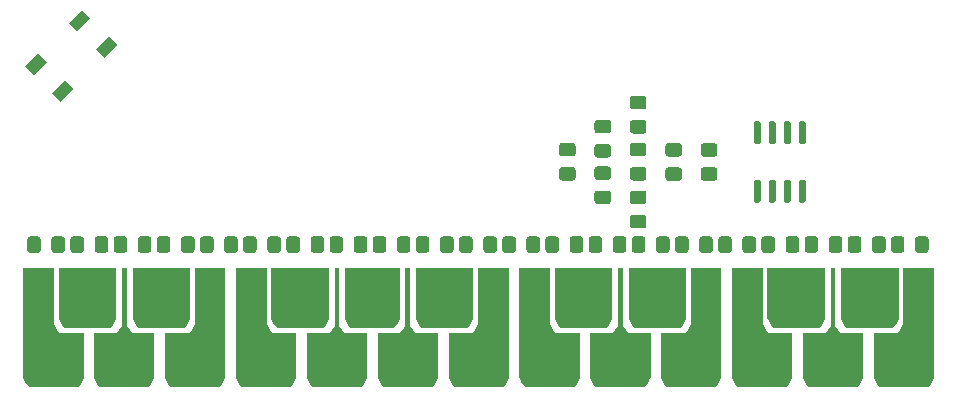
<source format=gbr>
%TF.GenerationSoftware,KiCad,Pcbnew,(5.1.12)-1*%
%TF.CreationDate,2021-12-21T10:33:20-05:00*%
%TF.ProjectId,stylophone,7374796c-6f70-4686-9f6e-652e6b696361,rev?*%
%TF.SameCoordinates,Original*%
%TF.FileFunction,Paste,Top*%
%TF.FilePolarity,Positive*%
%FSLAX46Y46*%
G04 Gerber Fmt 4.6, Leading zero omitted, Abs format (unit mm)*
G04 Created by KiCad (PCBNEW (5.1.12)-1) date 2021-12-21 10:33:20*
%MOMM*%
%LPD*%
G01*
G04 APERTURE LIST*
%ADD10C,0.100000*%
G04 APERTURE END LIST*
%TO.C,U1*%
G36*
G01*
X159755000Y-80500000D02*
X160055000Y-80500000D01*
G75*
G02*
X160205000Y-80650000I0J-150000D01*
G01*
X160205000Y-82300000D01*
G75*
G02*
X160055000Y-82450000I-150000J0D01*
G01*
X159755000Y-82450000D01*
G75*
G02*
X159605000Y-82300000I0J150000D01*
G01*
X159605000Y-80650000D01*
G75*
G02*
X159755000Y-80500000I150000J0D01*
G01*
G37*
G36*
G01*
X158485000Y-80500000D02*
X158785000Y-80500000D01*
G75*
G02*
X158935000Y-80650000I0J-150000D01*
G01*
X158935000Y-82300000D01*
G75*
G02*
X158785000Y-82450000I-150000J0D01*
G01*
X158485000Y-82450000D01*
G75*
G02*
X158335000Y-82300000I0J150000D01*
G01*
X158335000Y-80650000D01*
G75*
G02*
X158485000Y-80500000I150000J0D01*
G01*
G37*
G36*
G01*
X157215000Y-80500000D02*
X157515000Y-80500000D01*
G75*
G02*
X157665000Y-80650000I0J-150000D01*
G01*
X157665000Y-82300000D01*
G75*
G02*
X157515000Y-82450000I-150000J0D01*
G01*
X157215000Y-82450000D01*
G75*
G02*
X157065000Y-82300000I0J150000D01*
G01*
X157065000Y-80650000D01*
G75*
G02*
X157215000Y-80500000I150000J0D01*
G01*
G37*
G36*
G01*
X155945000Y-80500000D02*
X156245000Y-80500000D01*
G75*
G02*
X156395000Y-80650000I0J-150000D01*
G01*
X156395000Y-82300000D01*
G75*
G02*
X156245000Y-82450000I-150000J0D01*
G01*
X155945000Y-82450000D01*
G75*
G02*
X155795000Y-82300000I0J150000D01*
G01*
X155795000Y-80650000D01*
G75*
G02*
X155945000Y-80500000I150000J0D01*
G01*
G37*
G36*
G01*
X155945000Y-75550000D02*
X156245000Y-75550000D01*
G75*
G02*
X156395000Y-75700000I0J-150000D01*
G01*
X156395000Y-77350000D01*
G75*
G02*
X156245000Y-77500000I-150000J0D01*
G01*
X155945000Y-77500000D01*
G75*
G02*
X155795000Y-77350000I0J150000D01*
G01*
X155795000Y-75700000D01*
G75*
G02*
X155945000Y-75550000I150000J0D01*
G01*
G37*
G36*
G01*
X157215000Y-75550000D02*
X157515000Y-75550000D01*
G75*
G02*
X157665000Y-75700000I0J-150000D01*
G01*
X157665000Y-77350000D01*
G75*
G02*
X157515000Y-77500000I-150000J0D01*
G01*
X157215000Y-77500000D01*
G75*
G02*
X157065000Y-77350000I0J150000D01*
G01*
X157065000Y-75700000D01*
G75*
G02*
X157215000Y-75550000I150000J0D01*
G01*
G37*
G36*
G01*
X158485000Y-75550000D02*
X158785000Y-75550000D01*
G75*
G02*
X158935000Y-75700000I0J-150000D01*
G01*
X158935000Y-77350000D01*
G75*
G02*
X158785000Y-77500000I-150000J0D01*
G01*
X158485000Y-77500000D01*
G75*
G02*
X158335000Y-77350000I0J150000D01*
G01*
X158335000Y-75700000D01*
G75*
G02*
X158485000Y-75550000I150000J0D01*
G01*
G37*
G36*
G01*
X159755000Y-75550000D02*
X160055000Y-75550000D01*
G75*
G02*
X160205000Y-75700000I0J-150000D01*
G01*
X160205000Y-77350000D01*
G75*
G02*
X160055000Y-77500000I-150000J0D01*
G01*
X159755000Y-77500000D01*
G75*
G02*
X159605000Y-77350000I0J150000D01*
G01*
X159605000Y-75700000D01*
G75*
G02*
X159755000Y-75550000I150000J0D01*
G01*
G37*
%TD*%
%TO.C,R3*%
G36*
G01*
X140450001Y-78525000D02*
X139549999Y-78525000D01*
G75*
G02*
X139300000Y-78275001I0J249999D01*
G01*
X139300000Y-77624999D01*
G75*
G02*
X139549999Y-77375000I249999J0D01*
G01*
X140450001Y-77375000D01*
G75*
G02*
X140700000Y-77624999I0J-249999D01*
G01*
X140700000Y-78275001D01*
G75*
G02*
X140450001Y-78525000I-249999J0D01*
G01*
G37*
G36*
G01*
X140450001Y-80575000D02*
X139549999Y-80575000D01*
G75*
G02*
X139300000Y-80325001I0J249999D01*
G01*
X139300000Y-79674999D01*
G75*
G02*
X139549999Y-79425000I249999J0D01*
G01*
X140450001Y-79425000D01*
G75*
G02*
X140700000Y-79674999I0J-249999D01*
G01*
X140700000Y-80325001D01*
G75*
G02*
X140450001Y-80575000I-249999J0D01*
G01*
G37*
%TD*%
%TO.C,R27*%
G36*
G01*
X96325000Y-86450001D02*
X96325000Y-85549999D01*
G75*
G02*
X96574999Y-85300000I249999J0D01*
G01*
X97225001Y-85300000D01*
G75*
G02*
X97475000Y-85549999I0J-249999D01*
G01*
X97475000Y-86450001D01*
G75*
G02*
X97225001Y-86700000I-249999J0D01*
G01*
X96574999Y-86700000D01*
G75*
G02*
X96325000Y-86450001I0J249999D01*
G01*
G37*
G36*
G01*
X94275000Y-86450001D02*
X94275000Y-85549999D01*
G75*
G02*
X94524999Y-85300000I249999J0D01*
G01*
X95175001Y-85300000D01*
G75*
G02*
X95425000Y-85549999I0J-249999D01*
G01*
X95425000Y-86450001D01*
G75*
G02*
X95175001Y-86700000I-249999J0D01*
G01*
X94524999Y-86700000D01*
G75*
G02*
X94275000Y-86450001I0J249999D01*
G01*
G37*
%TD*%
%TO.C,R26*%
G36*
G01*
X99981249Y-86450001D02*
X99981249Y-85549999D01*
G75*
G02*
X100231248Y-85300000I249999J0D01*
G01*
X100881250Y-85300000D01*
G75*
G02*
X101131249Y-85549999I0J-249999D01*
G01*
X101131249Y-86450001D01*
G75*
G02*
X100881250Y-86700000I-249999J0D01*
G01*
X100231248Y-86700000D01*
G75*
G02*
X99981249Y-86450001I0J249999D01*
G01*
G37*
G36*
G01*
X97931249Y-86450001D02*
X97931249Y-85549999D01*
G75*
G02*
X98181248Y-85300000I249999J0D01*
G01*
X98831250Y-85300000D01*
G75*
G02*
X99081249Y-85549999I0J-249999D01*
G01*
X99081249Y-86450001D01*
G75*
G02*
X98831250Y-86700000I-249999J0D01*
G01*
X98181248Y-86700000D01*
G75*
G02*
X97931249Y-86450001I0J249999D01*
G01*
G37*
%TD*%
%TO.C,R25*%
G36*
G01*
X103637498Y-86450001D02*
X103637498Y-85549999D01*
G75*
G02*
X103887497Y-85300000I249999J0D01*
G01*
X104537499Y-85300000D01*
G75*
G02*
X104787498Y-85549999I0J-249999D01*
G01*
X104787498Y-86450001D01*
G75*
G02*
X104537499Y-86700000I-249999J0D01*
G01*
X103887497Y-86700000D01*
G75*
G02*
X103637498Y-86450001I0J249999D01*
G01*
G37*
G36*
G01*
X101587498Y-86450001D02*
X101587498Y-85549999D01*
G75*
G02*
X101837497Y-85300000I249999J0D01*
G01*
X102487499Y-85300000D01*
G75*
G02*
X102737498Y-85549999I0J-249999D01*
G01*
X102737498Y-86450001D01*
G75*
G02*
X102487499Y-86700000I-249999J0D01*
G01*
X101837497Y-86700000D01*
G75*
G02*
X101587498Y-86450001I0J249999D01*
G01*
G37*
%TD*%
%TO.C,R24*%
G36*
G01*
X107293747Y-86450001D02*
X107293747Y-85549999D01*
G75*
G02*
X107543746Y-85300000I249999J0D01*
G01*
X108193748Y-85300000D01*
G75*
G02*
X108443747Y-85549999I0J-249999D01*
G01*
X108443747Y-86450001D01*
G75*
G02*
X108193748Y-86700000I-249999J0D01*
G01*
X107543746Y-86700000D01*
G75*
G02*
X107293747Y-86450001I0J249999D01*
G01*
G37*
G36*
G01*
X105243747Y-86450001D02*
X105243747Y-85549999D01*
G75*
G02*
X105493746Y-85300000I249999J0D01*
G01*
X106143748Y-85300000D01*
G75*
G02*
X106393747Y-85549999I0J-249999D01*
G01*
X106393747Y-86450001D01*
G75*
G02*
X106143748Y-86700000I-249999J0D01*
G01*
X105493746Y-86700000D01*
G75*
G02*
X105243747Y-86450001I0J249999D01*
G01*
G37*
%TD*%
%TO.C,R23*%
G36*
G01*
X110949996Y-86450001D02*
X110949996Y-85549999D01*
G75*
G02*
X111199995Y-85300000I249999J0D01*
G01*
X111849997Y-85300000D01*
G75*
G02*
X112099996Y-85549999I0J-249999D01*
G01*
X112099996Y-86450001D01*
G75*
G02*
X111849997Y-86700000I-249999J0D01*
G01*
X111199995Y-86700000D01*
G75*
G02*
X110949996Y-86450001I0J249999D01*
G01*
G37*
G36*
G01*
X108899996Y-86450001D02*
X108899996Y-85549999D01*
G75*
G02*
X109149995Y-85300000I249999J0D01*
G01*
X109799997Y-85300000D01*
G75*
G02*
X110049996Y-85549999I0J-249999D01*
G01*
X110049996Y-86450001D01*
G75*
G02*
X109799997Y-86700000I-249999J0D01*
G01*
X109149995Y-86700000D01*
G75*
G02*
X108899996Y-86450001I0J249999D01*
G01*
G37*
%TD*%
%TO.C,R22*%
G36*
G01*
X114606245Y-86450001D02*
X114606245Y-85549999D01*
G75*
G02*
X114856244Y-85300000I249999J0D01*
G01*
X115506246Y-85300000D01*
G75*
G02*
X115756245Y-85549999I0J-249999D01*
G01*
X115756245Y-86450001D01*
G75*
G02*
X115506246Y-86700000I-249999J0D01*
G01*
X114856244Y-86700000D01*
G75*
G02*
X114606245Y-86450001I0J249999D01*
G01*
G37*
G36*
G01*
X112556245Y-86450001D02*
X112556245Y-85549999D01*
G75*
G02*
X112806244Y-85300000I249999J0D01*
G01*
X113456246Y-85300000D01*
G75*
G02*
X113706245Y-85549999I0J-249999D01*
G01*
X113706245Y-86450001D01*
G75*
G02*
X113456246Y-86700000I-249999J0D01*
G01*
X112806244Y-86700000D01*
G75*
G02*
X112556245Y-86450001I0J249999D01*
G01*
G37*
%TD*%
%TO.C,R21*%
G36*
G01*
X118262494Y-86450001D02*
X118262494Y-85549999D01*
G75*
G02*
X118512493Y-85300000I249999J0D01*
G01*
X119162495Y-85300000D01*
G75*
G02*
X119412494Y-85549999I0J-249999D01*
G01*
X119412494Y-86450001D01*
G75*
G02*
X119162495Y-86700000I-249999J0D01*
G01*
X118512493Y-86700000D01*
G75*
G02*
X118262494Y-86450001I0J249999D01*
G01*
G37*
G36*
G01*
X116212494Y-86450001D02*
X116212494Y-85549999D01*
G75*
G02*
X116462493Y-85300000I249999J0D01*
G01*
X117112495Y-85300000D01*
G75*
G02*
X117362494Y-85549999I0J-249999D01*
G01*
X117362494Y-86450001D01*
G75*
G02*
X117112495Y-86700000I-249999J0D01*
G01*
X116462493Y-86700000D01*
G75*
G02*
X116212494Y-86450001I0J249999D01*
G01*
G37*
%TD*%
%TO.C,R20*%
G36*
G01*
X121918743Y-86450001D02*
X121918743Y-85549999D01*
G75*
G02*
X122168742Y-85300000I249999J0D01*
G01*
X122818744Y-85300000D01*
G75*
G02*
X123068743Y-85549999I0J-249999D01*
G01*
X123068743Y-86450001D01*
G75*
G02*
X122818744Y-86700000I-249999J0D01*
G01*
X122168742Y-86700000D01*
G75*
G02*
X121918743Y-86450001I0J249999D01*
G01*
G37*
G36*
G01*
X119868743Y-86450001D02*
X119868743Y-85549999D01*
G75*
G02*
X120118742Y-85300000I249999J0D01*
G01*
X120768744Y-85300000D01*
G75*
G02*
X121018743Y-85549999I0J-249999D01*
G01*
X121018743Y-86450001D01*
G75*
G02*
X120768744Y-86700000I-249999J0D01*
G01*
X120118742Y-86700000D01*
G75*
G02*
X119868743Y-86450001I0J249999D01*
G01*
G37*
%TD*%
%TO.C,R19*%
G36*
G01*
X125574992Y-86450001D02*
X125574992Y-85549999D01*
G75*
G02*
X125824991Y-85300000I249999J0D01*
G01*
X126474993Y-85300000D01*
G75*
G02*
X126724992Y-85549999I0J-249999D01*
G01*
X126724992Y-86450001D01*
G75*
G02*
X126474993Y-86700000I-249999J0D01*
G01*
X125824991Y-86700000D01*
G75*
G02*
X125574992Y-86450001I0J249999D01*
G01*
G37*
G36*
G01*
X123524992Y-86450001D02*
X123524992Y-85549999D01*
G75*
G02*
X123774991Y-85300000I249999J0D01*
G01*
X124424993Y-85300000D01*
G75*
G02*
X124674992Y-85549999I0J-249999D01*
G01*
X124674992Y-86450001D01*
G75*
G02*
X124424993Y-86700000I-249999J0D01*
G01*
X123774991Y-86700000D01*
G75*
G02*
X123524992Y-86450001I0J249999D01*
G01*
G37*
%TD*%
%TO.C,R18*%
G36*
G01*
X129231241Y-86450001D02*
X129231241Y-85549999D01*
G75*
G02*
X129481240Y-85300000I249999J0D01*
G01*
X130131242Y-85300000D01*
G75*
G02*
X130381241Y-85549999I0J-249999D01*
G01*
X130381241Y-86450001D01*
G75*
G02*
X130131242Y-86700000I-249999J0D01*
G01*
X129481240Y-86700000D01*
G75*
G02*
X129231241Y-86450001I0J249999D01*
G01*
G37*
G36*
G01*
X127181241Y-86450001D02*
X127181241Y-85549999D01*
G75*
G02*
X127431240Y-85300000I249999J0D01*
G01*
X128081242Y-85300000D01*
G75*
G02*
X128331241Y-85549999I0J-249999D01*
G01*
X128331241Y-86450001D01*
G75*
G02*
X128081242Y-86700000I-249999J0D01*
G01*
X127431240Y-86700000D01*
G75*
G02*
X127181241Y-86450001I0J249999D01*
G01*
G37*
%TD*%
%TO.C,R17*%
G36*
G01*
X132887490Y-86450001D02*
X132887490Y-85549999D01*
G75*
G02*
X133137489Y-85300000I249999J0D01*
G01*
X133787491Y-85300000D01*
G75*
G02*
X134037490Y-85549999I0J-249999D01*
G01*
X134037490Y-86450001D01*
G75*
G02*
X133787491Y-86700000I-249999J0D01*
G01*
X133137489Y-86700000D01*
G75*
G02*
X132887490Y-86450001I0J249999D01*
G01*
G37*
G36*
G01*
X130837490Y-86450001D02*
X130837490Y-85549999D01*
G75*
G02*
X131087489Y-85300000I249999J0D01*
G01*
X131737491Y-85300000D01*
G75*
G02*
X131987490Y-85549999I0J-249999D01*
G01*
X131987490Y-86450001D01*
G75*
G02*
X131737491Y-86700000I-249999J0D01*
G01*
X131087489Y-86700000D01*
G75*
G02*
X130837490Y-86450001I0J249999D01*
G01*
G37*
%TD*%
%TO.C,R16*%
G36*
G01*
X136543739Y-86450001D02*
X136543739Y-85549999D01*
G75*
G02*
X136793738Y-85300000I249999J0D01*
G01*
X137443740Y-85300000D01*
G75*
G02*
X137693739Y-85549999I0J-249999D01*
G01*
X137693739Y-86450001D01*
G75*
G02*
X137443740Y-86700000I-249999J0D01*
G01*
X136793738Y-86700000D01*
G75*
G02*
X136543739Y-86450001I0J249999D01*
G01*
G37*
G36*
G01*
X134493739Y-86450001D02*
X134493739Y-85549999D01*
G75*
G02*
X134743738Y-85300000I249999J0D01*
G01*
X135393740Y-85300000D01*
G75*
G02*
X135643739Y-85549999I0J-249999D01*
G01*
X135643739Y-86450001D01*
G75*
G02*
X135393740Y-86700000I-249999J0D01*
G01*
X134743738Y-86700000D01*
G75*
G02*
X134493739Y-86450001I0J249999D01*
G01*
G37*
%TD*%
%TO.C,R15*%
G36*
G01*
X140199988Y-86450001D02*
X140199988Y-85549999D01*
G75*
G02*
X140449987Y-85300000I249999J0D01*
G01*
X141099989Y-85300000D01*
G75*
G02*
X141349988Y-85549999I0J-249999D01*
G01*
X141349988Y-86450001D01*
G75*
G02*
X141099989Y-86700000I-249999J0D01*
G01*
X140449987Y-86700000D01*
G75*
G02*
X140199988Y-86450001I0J249999D01*
G01*
G37*
G36*
G01*
X138149988Y-86450001D02*
X138149988Y-85549999D01*
G75*
G02*
X138399987Y-85300000I249999J0D01*
G01*
X139049989Y-85300000D01*
G75*
G02*
X139299988Y-85549999I0J-249999D01*
G01*
X139299988Y-86450001D01*
G75*
G02*
X139049989Y-86700000I-249999J0D01*
G01*
X138399987Y-86700000D01*
G75*
G02*
X138149988Y-86450001I0J249999D01*
G01*
G37*
%TD*%
%TO.C,R14*%
G36*
G01*
X143856237Y-86450001D02*
X143856237Y-85549999D01*
G75*
G02*
X144106236Y-85300000I249999J0D01*
G01*
X144756238Y-85300000D01*
G75*
G02*
X145006237Y-85549999I0J-249999D01*
G01*
X145006237Y-86450001D01*
G75*
G02*
X144756238Y-86700000I-249999J0D01*
G01*
X144106236Y-86700000D01*
G75*
G02*
X143856237Y-86450001I0J249999D01*
G01*
G37*
G36*
G01*
X141806237Y-86450001D02*
X141806237Y-85549999D01*
G75*
G02*
X142056236Y-85300000I249999J0D01*
G01*
X142706238Y-85300000D01*
G75*
G02*
X142956237Y-85549999I0J-249999D01*
G01*
X142956237Y-86450001D01*
G75*
G02*
X142706238Y-86700000I-249999J0D01*
G01*
X142056236Y-86700000D01*
G75*
G02*
X141806237Y-86450001I0J249999D01*
G01*
G37*
%TD*%
%TO.C,R13*%
G36*
G01*
X147512486Y-86450001D02*
X147512486Y-85549999D01*
G75*
G02*
X147762485Y-85300000I249999J0D01*
G01*
X148412487Y-85300000D01*
G75*
G02*
X148662486Y-85549999I0J-249999D01*
G01*
X148662486Y-86450001D01*
G75*
G02*
X148412487Y-86700000I-249999J0D01*
G01*
X147762485Y-86700000D01*
G75*
G02*
X147512486Y-86450001I0J249999D01*
G01*
G37*
G36*
G01*
X145462486Y-86450001D02*
X145462486Y-85549999D01*
G75*
G02*
X145712485Y-85300000I249999J0D01*
G01*
X146362487Y-85300000D01*
G75*
G02*
X146612486Y-85549999I0J-249999D01*
G01*
X146612486Y-86450001D01*
G75*
G02*
X146362487Y-86700000I-249999J0D01*
G01*
X145712485Y-86700000D01*
G75*
G02*
X145462486Y-86450001I0J249999D01*
G01*
G37*
%TD*%
%TO.C,R12*%
G36*
G01*
X151168735Y-86450001D02*
X151168735Y-85549999D01*
G75*
G02*
X151418734Y-85300000I249999J0D01*
G01*
X152068736Y-85300000D01*
G75*
G02*
X152318735Y-85549999I0J-249999D01*
G01*
X152318735Y-86450001D01*
G75*
G02*
X152068736Y-86700000I-249999J0D01*
G01*
X151418734Y-86700000D01*
G75*
G02*
X151168735Y-86450001I0J249999D01*
G01*
G37*
G36*
G01*
X149118735Y-86450001D02*
X149118735Y-85549999D01*
G75*
G02*
X149368734Y-85300000I249999J0D01*
G01*
X150018736Y-85300000D01*
G75*
G02*
X150268735Y-85549999I0J-249999D01*
G01*
X150268735Y-86450001D01*
G75*
G02*
X150018736Y-86700000I-249999J0D01*
G01*
X149368734Y-86700000D01*
G75*
G02*
X149118735Y-86450001I0J249999D01*
G01*
G37*
%TD*%
%TO.C,R11*%
G36*
G01*
X154824984Y-86450001D02*
X154824984Y-85549999D01*
G75*
G02*
X155074983Y-85300000I249999J0D01*
G01*
X155724985Y-85300000D01*
G75*
G02*
X155974984Y-85549999I0J-249999D01*
G01*
X155974984Y-86450001D01*
G75*
G02*
X155724985Y-86700000I-249999J0D01*
G01*
X155074983Y-86700000D01*
G75*
G02*
X154824984Y-86450001I0J249999D01*
G01*
G37*
G36*
G01*
X152774984Y-86450001D02*
X152774984Y-85549999D01*
G75*
G02*
X153024983Y-85300000I249999J0D01*
G01*
X153674985Y-85300000D01*
G75*
G02*
X153924984Y-85549999I0J-249999D01*
G01*
X153924984Y-86450001D01*
G75*
G02*
X153674985Y-86700000I-249999J0D01*
G01*
X153024983Y-86700000D01*
G75*
G02*
X152774984Y-86450001I0J249999D01*
G01*
G37*
%TD*%
%TO.C,R10*%
G36*
G01*
X158481233Y-86450001D02*
X158481233Y-85549999D01*
G75*
G02*
X158731232Y-85300000I249999J0D01*
G01*
X159381234Y-85300000D01*
G75*
G02*
X159631233Y-85549999I0J-249999D01*
G01*
X159631233Y-86450001D01*
G75*
G02*
X159381234Y-86700000I-249999J0D01*
G01*
X158731232Y-86700000D01*
G75*
G02*
X158481233Y-86450001I0J249999D01*
G01*
G37*
G36*
G01*
X156431233Y-86450001D02*
X156431233Y-85549999D01*
G75*
G02*
X156681232Y-85300000I249999J0D01*
G01*
X157331234Y-85300000D01*
G75*
G02*
X157581233Y-85549999I0J-249999D01*
G01*
X157581233Y-86450001D01*
G75*
G02*
X157331234Y-86700000I-249999J0D01*
G01*
X156681232Y-86700000D01*
G75*
G02*
X156431233Y-86450001I0J249999D01*
G01*
G37*
%TD*%
%TO.C,R9*%
G36*
G01*
X162137482Y-86450001D02*
X162137482Y-85549999D01*
G75*
G02*
X162387481Y-85300000I249999J0D01*
G01*
X163037483Y-85300000D01*
G75*
G02*
X163287482Y-85549999I0J-249999D01*
G01*
X163287482Y-86450001D01*
G75*
G02*
X163037483Y-86700000I-249999J0D01*
G01*
X162387481Y-86700000D01*
G75*
G02*
X162137482Y-86450001I0J249999D01*
G01*
G37*
G36*
G01*
X160087482Y-86450001D02*
X160087482Y-85549999D01*
G75*
G02*
X160337481Y-85300000I249999J0D01*
G01*
X160987483Y-85300000D01*
G75*
G02*
X161237482Y-85549999I0J-249999D01*
G01*
X161237482Y-86450001D01*
G75*
G02*
X160987483Y-86700000I-249999J0D01*
G01*
X160337481Y-86700000D01*
G75*
G02*
X160087482Y-86450001I0J249999D01*
G01*
G37*
%TD*%
%TO.C,R8*%
G36*
G01*
X165793731Y-86450001D02*
X165793731Y-85549999D01*
G75*
G02*
X166043730Y-85300000I249999J0D01*
G01*
X166693732Y-85300000D01*
G75*
G02*
X166943731Y-85549999I0J-249999D01*
G01*
X166943731Y-86450001D01*
G75*
G02*
X166693732Y-86700000I-249999J0D01*
G01*
X166043730Y-86700000D01*
G75*
G02*
X165793731Y-86450001I0J249999D01*
G01*
G37*
G36*
G01*
X163743731Y-86450001D02*
X163743731Y-85549999D01*
G75*
G02*
X163993730Y-85300000I249999J0D01*
G01*
X164643732Y-85300000D01*
G75*
G02*
X164893731Y-85549999I0J-249999D01*
G01*
X164893731Y-86450001D01*
G75*
G02*
X164643732Y-86700000I-249999J0D01*
G01*
X163993730Y-86700000D01*
G75*
G02*
X163743731Y-86450001I0J249999D01*
G01*
G37*
%TD*%
%TO.C,R7*%
G36*
G01*
X169449982Y-86450001D02*
X169449982Y-85549999D01*
G75*
G02*
X169699981Y-85300000I249999J0D01*
G01*
X170349983Y-85300000D01*
G75*
G02*
X170599982Y-85549999I0J-249999D01*
G01*
X170599982Y-86450001D01*
G75*
G02*
X170349983Y-86700000I-249999J0D01*
G01*
X169699981Y-86700000D01*
G75*
G02*
X169449982Y-86450001I0J249999D01*
G01*
G37*
G36*
G01*
X167399982Y-86450001D02*
X167399982Y-85549999D01*
G75*
G02*
X167649981Y-85300000I249999J0D01*
G01*
X168299983Y-85300000D01*
G75*
G02*
X168549982Y-85549999I0J-249999D01*
G01*
X168549982Y-86450001D01*
G75*
G02*
X168299983Y-86700000I-249999J0D01*
G01*
X167649981Y-86700000D01*
G75*
G02*
X167399982Y-86450001I0J249999D01*
G01*
G37*
%TD*%
%TO.C,R6*%
G36*
G01*
X143450001Y-80525000D02*
X142549999Y-80525000D01*
G75*
G02*
X142300000Y-80275001I0J249999D01*
G01*
X142300000Y-79624999D01*
G75*
G02*
X142549999Y-79375000I249999J0D01*
G01*
X143450001Y-79375000D01*
G75*
G02*
X143700000Y-79624999I0J-249999D01*
G01*
X143700000Y-80275001D01*
G75*
G02*
X143450001Y-80525000I-249999J0D01*
G01*
G37*
G36*
G01*
X143450001Y-82575000D02*
X142549999Y-82575000D01*
G75*
G02*
X142300000Y-82325001I0J249999D01*
G01*
X142300000Y-81674999D01*
G75*
G02*
X142549999Y-81425000I249999J0D01*
G01*
X143450001Y-81425000D01*
G75*
G02*
X143700000Y-81674999I0J-249999D01*
G01*
X143700000Y-82325001D01*
G75*
G02*
X143450001Y-82575000I-249999J0D01*
G01*
G37*
%TD*%
%TO.C,R5*%
G36*
G01*
X146450001Y-78525000D02*
X145549999Y-78525000D01*
G75*
G02*
X145300000Y-78275001I0J249999D01*
G01*
X145300000Y-77624999D01*
G75*
G02*
X145549999Y-77375000I249999J0D01*
G01*
X146450001Y-77375000D01*
G75*
G02*
X146700000Y-77624999I0J-249999D01*
G01*
X146700000Y-78275001D01*
G75*
G02*
X146450001Y-78525000I-249999J0D01*
G01*
G37*
G36*
G01*
X146450001Y-80575000D02*
X145549999Y-80575000D01*
G75*
G02*
X145300000Y-80325001I0J249999D01*
G01*
X145300000Y-79674999D01*
G75*
G02*
X145549999Y-79425000I249999J0D01*
G01*
X146450001Y-79425000D01*
G75*
G02*
X146700000Y-79674999I0J-249999D01*
G01*
X146700000Y-80325001D01*
G75*
G02*
X146450001Y-80575000I-249999J0D01*
G01*
G37*
%TD*%
%TO.C,R4*%
G36*
G01*
X146450001Y-74550000D02*
X145549999Y-74550000D01*
G75*
G02*
X145300000Y-74300001I0J249999D01*
G01*
X145300000Y-73649999D01*
G75*
G02*
X145549999Y-73400000I249999J0D01*
G01*
X146450001Y-73400000D01*
G75*
G02*
X146700000Y-73649999I0J-249999D01*
G01*
X146700000Y-74300001D01*
G75*
G02*
X146450001Y-74550000I-249999J0D01*
G01*
G37*
G36*
G01*
X146450001Y-76600000D02*
X145549999Y-76600000D01*
G75*
G02*
X145300000Y-76350001I0J249999D01*
G01*
X145300000Y-75699999D01*
G75*
G02*
X145549999Y-75450000I249999J0D01*
G01*
X146450001Y-75450000D01*
G75*
G02*
X146700000Y-75699999I0J-249999D01*
G01*
X146700000Y-76350001D01*
G75*
G02*
X146450001Y-76600000I-249999J0D01*
G01*
G37*
%TD*%
%TO.C,R2*%
G36*
G01*
X146450001Y-82575000D02*
X145549999Y-82575000D01*
G75*
G02*
X145300000Y-82325001I0J249999D01*
G01*
X145300000Y-81674999D01*
G75*
G02*
X145549999Y-81425000I249999J0D01*
G01*
X146450001Y-81425000D01*
G75*
G02*
X146700000Y-81674999I0J-249999D01*
G01*
X146700000Y-82325001D01*
G75*
G02*
X146450001Y-82575000I-249999J0D01*
G01*
G37*
G36*
G01*
X146450001Y-84625000D02*
X145549999Y-84625000D01*
G75*
G02*
X145300000Y-84375001I0J249999D01*
G01*
X145300000Y-83724999D01*
G75*
G02*
X145549999Y-83475000I249999J0D01*
G01*
X146450001Y-83475000D01*
G75*
G02*
X146700000Y-83724999I0J-249999D01*
G01*
X146700000Y-84375001D01*
G75*
G02*
X146450001Y-84625000I-249999J0D01*
G01*
G37*
%TD*%
%TO.C,R1*%
G36*
G01*
X143450001Y-76575000D02*
X142549999Y-76575000D01*
G75*
G02*
X142300000Y-76325001I0J249999D01*
G01*
X142300000Y-75674999D01*
G75*
G02*
X142549999Y-75425000I249999J0D01*
G01*
X143450001Y-75425000D01*
G75*
G02*
X143700000Y-75674999I0J-249999D01*
G01*
X143700000Y-76325001D01*
G75*
G02*
X143450001Y-76575000I-249999J0D01*
G01*
G37*
G36*
G01*
X143450001Y-78625000D02*
X142549999Y-78625000D01*
G75*
G02*
X142300000Y-78375001I0J249999D01*
G01*
X142300000Y-77724999D01*
G75*
G02*
X142549999Y-77475000I249999J0D01*
G01*
X143450001Y-77475000D01*
G75*
G02*
X143700000Y-77724999I0J-249999D01*
G01*
X143700000Y-78375001D01*
G75*
G02*
X143450001Y-78625000I-249999J0D01*
G01*
G37*
%TD*%
%TO.C,C2*%
G36*
G01*
X151549999Y-79450000D02*
X152450001Y-79450000D01*
G75*
G02*
X152700000Y-79699999I0J-249999D01*
G01*
X152700000Y-80350001D01*
G75*
G02*
X152450001Y-80600000I-249999J0D01*
G01*
X151549999Y-80600000D01*
G75*
G02*
X151300000Y-80350001I0J249999D01*
G01*
X151300000Y-79699999D01*
G75*
G02*
X151549999Y-79450000I249999J0D01*
G01*
G37*
G36*
G01*
X151549999Y-77400000D02*
X152450001Y-77400000D01*
G75*
G02*
X152700000Y-77649999I0J-249999D01*
G01*
X152700000Y-78300001D01*
G75*
G02*
X152450001Y-78550000I-249999J0D01*
G01*
X151549999Y-78550000D01*
G75*
G02*
X151300000Y-78300001I0J249999D01*
G01*
X151300000Y-77649999D01*
G75*
G02*
X151549999Y-77400000I249999J0D01*
G01*
G37*
%TD*%
%TO.C,C1*%
G36*
G01*
X148549999Y-79450000D02*
X149450001Y-79450000D01*
G75*
G02*
X149700000Y-79699999I0J-249999D01*
G01*
X149700000Y-80350001D01*
G75*
G02*
X149450001Y-80600000I-249999J0D01*
G01*
X148549999Y-80600000D01*
G75*
G02*
X148300000Y-80350001I0J249999D01*
G01*
X148300000Y-79699999D01*
G75*
G02*
X148549999Y-79450000I249999J0D01*
G01*
G37*
G36*
G01*
X148549999Y-77400000D02*
X149450001Y-77400000D01*
G75*
G02*
X149700000Y-77649999I0J-249999D01*
G01*
X149700000Y-78300001D01*
G75*
G02*
X149450001Y-78550000I-249999J0D01*
G01*
X148549999Y-78550000D01*
G75*
G02*
X148300000Y-78300001I0J249999D01*
G01*
X148300000Y-77649999D01*
G75*
G02*
X148549999Y-77400000I249999J0D01*
G01*
G37*
%TD*%
D10*
%TO.C,k1*%
G36*
X125759755Y-87950961D02*
G01*
X125769134Y-87953806D01*
X125777779Y-87958427D01*
X125785355Y-87964645D01*
X125791573Y-87972221D01*
X125796194Y-87980866D01*
X125799039Y-87990245D01*
X125800000Y-88000000D01*
X125800000Y-92250000D01*
X125799039Y-92259755D01*
X125794721Y-92272361D01*
X125544721Y-92772361D01*
X125539500Y-92780656D01*
X125535355Y-92785355D01*
X125285355Y-93035355D01*
X125277779Y-93041573D01*
X125269134Y-93046194D01*
X125259755Y-93049039D01*
X125250000Y-93050000D01*
X121750000Y-93050000D01*
X121740245Y-93049039D01*
X121730866Y-93046194D01*
X121722221Y-93041573D01*
X121714645Y-93035355D01*
X121464645Y-92785355D01*
X121458427Y-92777779D01*
X121455279Y-92772361D01*
X121205279Y-92272361D01*
X121201776Y-92263206D01*
X121200000Y-92250000D01*
X121200000Y-88000000D01*
X121200961Y-87990245D01*
X121203806Y-87980866D01*
X121208427Y-87972221D01*
X121214645Y-87964645D01*
X121222221Y-87958427D01*
X121230866Y-87953806D01*
X121240245Y-87950961D01*
X121250000Y-87950000D01*
X125750000Y-87950000D01*
X125759755Y-87950961D01*
G37*
G36*
X161759755Y-87950961D02*
G01*
X161769134Y-87953806D01*
X161777779Y-87958427D01*
X161785355Y-87964645D01*
X161791573Y-87972221D01*
X161796194Y-87980866D01*
X161799039Y-87990245D01*
X161800000Y-88000000D01*
X161800000Y-92250000D01*
X161799039Y-92259755D01*
X161794721Y-92272361D01*
X161544721Y-92772361D01*
X161539500Y-92780656D01*
X161535355Y-92785355D01*
X161285355Y-93035355D01*
X161277779Y-93041573D01*
X161269134Y-93046194D01*
X161259755Y-93049039D01*
X161250000Y-93050000D01*
X157500000Y-93050000D01*
X157490245Y-93049039D01*
X157480866Y-93046194D01*
X157472221Y-93041573D01*
X157464645Y-93035355D01*
X157214645Y-92785355D01*
X157208427Y-92777779D01*
X157205279Y-92772361D01*
X156955279Y-92272361D01*
X156951776Y-92263206D01*
X156950000Y-92250000D01*
X156950000Y-88000000D01*
X156950961Y-87990245D01*
X156953806Y-87980866D01*
X156958427Y-87972221D01*
X156964645Y-87964645D01*
X156972221Y-87958427D01*
X156980866Y-87953806D01*
X156990245Y-87950961D01*
X157000000Y-87950000D01*
X161750000Y-87950000D01*
X161759755Y-87950961D01*
G37*
G36*
X143759755Y-87950961D02*
G01*
X143769134Y-87953806D01*
X143777779Y-87958427D01*
X143785355Y-87964645D01*
X143791573Y-87972221D01*
X143796194Y-87980866D01*
X143799039Y-87990245D01*
X143800000Y-88000000D01*
X143800000Y-92250000D01*
X143799039Y-92259755D01*
X143794721Y-92272361D01*
X143544721Y-92772361D01*
X143539500Y-92780656D01*
X143535355Y-92785355D01*
X143285355Y-93035355D01*
X143277779Y-93041573D01*
X143269134Y-93046194D01*
X143259755Y-93049039D01*
X143250000Y-93050000D01*
X139500000Y-93050000D01*
X139490245Y-93049039D01*
X139480866Y-93046194D01*
X139472221Y-93041573D01*
X139464645Y-93035355D01*
X139214645Y-92785355D01*
X139208427Y-92777779D01*
X139205279Y-92772361D01*
X138955279Y-92272361D01*
X138951776Y-92263206D01*
X138950000Y-92250000D01*
X138950000Y-88000000D01*
X138950961Y-87990245D01*
X138953806Y-87980866D01*
X138958427Y-87972221D01*
X138964645Y-87964645D01*
X138972221Y-87958427D01*
X138980866Y-87953806D01*
X138990245Y-87950961D01*
X139000000Y-87950000D01*
X143750000Y-87950000D01*
X143759755Y-87950961D01*
G37*
G36*
X119759755Y-87950961D02*
G01*
X119769134Y-87953806D01*
X119777779Y-87958427D01*
X119785355Y-87964645D01*
X119791573Y-87972221D01*
X119796194Y-87980866D01*
X119799039Y-87990245D01*
X119800000Y-88000000D01*
X119800000Y-92250000D01*
X119799039Y-92259755D01*
X119794721Y-92272361D01*
X119544721Y-92772361D01*
X119539500Y-92780656D01*
X119535355Y-92785355D01*
X119285355Y-93035355D01*
X119277779Y-93041573D01*
X119269134Y-93046194D01*
X119259755Y-93049039D01*
X119250000Y-93050000D01*
X115500000Y-93050000D01*
X115490245Y-93049039D01*
X115480866Y-93046194D01*
X115472221Y-93041573D01*
X115464645Y-93035355D01*
X115214645Y-92785355D01*
X115208427Y-92777779D01*
X115205279Y-92772361D01*
X114955279Y-92272361D01*
X114951776Y-92263206D01*
X114950000Y-92250000D01*
X114950000Y-88000000D01*
X114950961Y-87990245D01*
X114953806Y-87980866D01*
X114958427Y-87972221D01*
X114964645Y-87964645D01*
X114972221Y-87958427D01*
X114980866Y-87953806D01*
X114990245Y-87950961D01*
X115000000Y-87950000D01*
X119750000Y-87950000D01*
X119759755Y-87950961D01*
G37*
G36*
X168009755Y-87950961D02*
G01*
X168019134Y-87953806D01*
X168027779Y-87958427D01*
X168035355Y-87964645D01*
X168041573Y-87972221D01*
X168046194Y-87980866D01*
X168049039Y-87990245D01*
X168050000Y-88000000D01*
X168050000Y-92250000D01*
X168049039Y-92259755D01*
X168044721Y-92272361D01*
X167794721Y-92772361D01*
X167789500Y-92780656D01*
X167785355Y-92785355D01*
X167535355Y-93035355D01*
X167527779Y-93041573D01*
X167519134Y-93046194D01*
X167509755Y-93049039D01*
X167500000Y-93050000D01*
X163750000Y-93050000D01*
X163740245Y-93049039D01*
X163730866Y-93046194D01*
X163722221Y-93041573D01*
X163714645Y-93035355D01*
X163464645Y-92785355D01*
X163458427Y-92777779D01*
X163455279Y-92772361D01*
X163205279Y-92272361D01*
X163201776Y-92263206D01*
X163200000Y-92250000D01*
X163200000Y-88000000D01*
X163200961Y-87990245D01*
X163203806Y-87980866D01*
X163208427Y-87972221D01*
X163214645Y-87964645D01*
X163222221Y-87958427D01*
X163230866Y-87953806D01*
X163240245Y-87950961D01*
X163250000Y-87950000D01*
X168000000Y-87950000D01*
X168009755Y-87950961D01*
G37*
G36*
X150009755Y-87950961D02*
G01*
X150019134Y-87953806D01*
X150027779Y-87958427D01*
X150035355Y-87964645D01*
X150041573Y-87972221D01*
X150046194Y-87980866D01*
X150049039Y-87990245D01*
X150050000Y-88000000D01*
X150050000Y-92250000D01*
X150049039Y-92259755D01*
X150044721Y-92272361D01*
X149794721Y-92772361D01*
X149789500Y-92780656D01*
X149785355Y-92785355D01*
X149535355Y-93035355D01*
X149527779Y-93041573D01*
X149519134Y-93046194D01*
X149509755Y-93049039D01*
X149500000Y-93050000D01*
X145750000Y-93050000D01*
X145740245Y-93049039D01*
X145730866Y-93046194D01*
X145722221Y-93041573D01*
X145714645Y-93035355D01*
X145464645Y-92785355D01*
X145458427Y-92777779D01*
X145455279Y-92772361D01*
X145205279Y-92272361D01*
X145201776Y-92263206D01*
X145200000Y-92250000D01*
X145200000Y-88000000D01*
X145200961Y-87990245D01*
X145203806Y-87980866D01*
X145208427Y-87972221D01*
X145214645Y-87964645D01*
X145222221Y-87958427D01*
X145230866Y-87953806D01*
X145240245Y-87950961D01*
X145250000Y-87950000D01*
X150000000Y-87950000D01*
X150009755Y-87950961D01*
G37*
G36*
X132009755Y-87950961D02*
G01*
X132019134Y-87953806D01*
X132027779Y-87958427D01*
X132035355Y-87964645D01*
X132041573Y-87972221D01*
X132046194Y-87980866D01*
X132049039Y-87990245D01*
X132050000Y-88000000D01*
X132050000Y-92250000D01*
X132049039Y-92259755D01*
X132044721Y-92272361D01*
X131794721Y-92772361D01*
X131789500Y-92780656D01*
X131785355Y-92785355D01*
X131535355Y-93035355D01*
X131527779Y-93041573D01*
X131519134Y-93046194D01*
X131509755Y-93049039D01*
X131500000Y-93050000D01*
X127750000Y-93050000D01*
X127740245Y-93049039D01*
X127730866Y-93046194D01*
X127722221Y-93041573D01*
X127714645Y-93035355D01*
X127464645Y-92785355D01*
X127458427Y-92777779D01*
X127455279Y-92772361D01*
X127205279Y-92272361D01*
X127201776Y-92263206D01*
X127200000Y-92250000D01*
X127200000Y-88000000D01*
X127200961Y-87990245D01*
X127203806Y-87980866D01*
X127208427Y-87972221D01*
X127214645Y-87964645D01*
X127222221Y-87958427D01*
X127230866Y-87953806D01*
X127240245Y-87950961D01*
X127250000Y-87950000D01*
X132000000Y-87950000D01*
X132009755Y-87950961D01*
G37*
G36*
X108009755Y-87950961D02*
G01*
X108019134Y-87953806D01*
X108027779Y-87958427D01*
X108035355Y-87964645D01*
X108041573Y-87972221D01*
X108046194Y-87980866D01*
X108049039Y-87990245D01*
X108050000Y-88000000D01*
X108050000Y-92250000D01*
X108049039Y-92259755D01*
X108044721Y-92272361D01*
X107794721Y-92772361D01*
X107789500Y-92780656D01*
X107785355Y-92785355D01*
X107535355Y-93035355D01*
X107527779Y-93041573D01*
X107519134Y-93046194D01*
X107509755Y-93049039D01*
X107500000Y-93050000D01*
X103750000Y-93050000D01*
X103740245Y-93049039D01*
X103730866Y-93046194D01*
X103722221Y-93041573D01*
X103714645Y-93035355D01*
X103464645Y-92785355D01*
X103458427Y-92777779D01*
X103455279Y-92772361D01*
X103205279Y-92272361D01*
X103201776Y-92263206D01*
X103200000Y-92250000D01*
X103200000Y-88000000D01*
X103200961Y-87990245D01*
X103203806Y-87980866D01*
X103208427Y-87972221D01*
X103214645Y-87964645D01*
X103222221Y-87958427D01*
X103230866Y-87953806D01*
X103240245Y-87950961D01*
X103250000Y-87950000D01*
X108000000Y-87950000D01*
X108009755Y-87950961D01*
G37*
G36*
X101759755Y-87950961D02*
G01*
X101769134Y-87953806D01*
X101777779Y-87958427D01*
X101785355Y-87964645D01*
X101791573Y-87972221D01*
X101796194Y-87980866D01*
X101799039Y-87990245D01*
X101800000Y-88000000D01*
X101800000Y-92250000D01*
X101799039Y-92259755D01*
X101794721Y-92272361D01*
X101544721Y-92772361D01*
X101539500Y-92780656D01*
X101535355Y-92785355D01*
X101285355Y-93035355D01*
X101277779Y-93041573D01*
X101269134Y-93046194D01*
X101259755Y-93049039D01*
X101250000Y-93050000D01*
X97500000Y-93050000D01*
X97490245Y-93049039D01*
X97480866Y-93046194D01*
X97472221Y-93041573D01*
X97464645Y-93035355D01*
X97214645Y-92785355D01*
X97208427Y-92777779D01*
X97205279Y-92772361D01*
X96955279Y-92272361D01*
X96951776Y-92263206D01*
X96950000Y-92250000D01*
X96950000Y-88000000D01*
X96950961Y-87990245D01*
X96953806Y-87980866D01*
X96958427Y-87972221D01*
X96964645Y-87964645D01*
X96972221Y-87958427D01*
X96980866Y-87953806D01*
X96990245Y-87950961D01*
X97000000Y-87950000D01*
X101750000Y-87950000D01*
X101759755Y-87950961D01*
G37*
G36*
X162659755Y-87950961D02*
G01*
X162669134Y-87953806D01*
X162677779Y-87958427D01*
X162685355Y-87964645D01*
X162691573Y-87972221D01*
X162696194Y-87980866D01*
X162699039Y-87990245D01*
X162700000Y-88000000D01*
X162700000Y-92885660D01*
X162936693Y-93264369D01*
X163215139Y-93450000D01*
X165000000Y-93450000D01*
X165009755Y-93450961D01*
X165019134Y-93453806D01*
X165027779Y-93458427D01*
X165035355Y-93464645D01*
X165041573Y-93472221D01*
X165046194Y-93480866D01*
X165049039Y-93490245D01*
X165050000Y-93500000D01*
X165050000Y-97250000D01*
X165049039Y-97259755D01*
X165044721Y-97272361D01*
X164794721Y-97772361D01*
X164789500Y-97780656D01*
X164785355Y-97785355D01*
X164535355Y-98035355D01*
X164527779Y-98041573D01*
X164519134Y-98046194D01*
X164509755Y-98049039D01*
X164500000Y-98050000D01*
X160500000Y-98050000D01*
X160490245Y-98049039D01*
X160480866Y-98046194D01*
X160472221Y-98041573D01*
X160464645Y-98035355D01*
X160214645Y-97785355D01*
X160208427Y-97777779D01*
X160205279Y-97772361D01*
X159955279Y-97272361D01*
X159951776Y-97263206D01*
X159950000Y-97250000D01*
X159950000Y-93500000D01*
X159950961Y-93490245D01*
X159953806Y-93480866D01*
X159958427Y-93472221D01*
X159964645Y-93464645D01*
X159972221Y-93458427D01*
X159980866Y-93453806D01*
X159990245Y-93450961D01*
X160000000Y-93450000D01*
X161784861Y-93450000D01*
X162063307Y-93264369D01*
X162300000Y-92885660D01*
X162300000Y-88000000D01*
X162300961Y-87990245D01*
X162303806Y-87980866D01*
X162308427Y-87972221D01*
X162314645Y-87964645D01*
X162322221Y-87958427D01*
X162330866Y-87953806D01*
X162340245Y-87950961D01*
X162350000Y-87950000D01*
X162650000Y-87950000D01*
X162659755Y-87950961D01*
G37*
G36*
X166490245Y-98049039D02*
G01*
X166480866Y-98046194D01*
X166472221Y-98041573D01*
X166464645Y-98035355D01*
X166214645Y-97785355D01*
X166208427Y-97777779D01*
X166205279Y-97772361D01*
X165955279Y-97272361D01*
X165951776Y-97263206D01*
X165950000Y-97250000D01*
X165950000Y-93500000D01*
X165950961Y-93490245D01*
X165953806Y-93480866D01*
X165958427Y-93472221D01*
X165964645Y-93464645D01*
X165972221Y-93458427D01*
X165980866Y-93453806D01*
X165990245Y-93450961D01*
X166000000Y-93450000D01*
X167979290Y-93450000D01*
X168208907Y-93220383D01*
X168450000Y-92738197D01*
X168450000Y-88000000D01*
X168450961Y-87990245D01*
X168453806Y-87980866D01*
X168458427Y-87972221D01*
X168464645Y-87964645D01*
X168472221Y-87958427D01*
X168480866Y-87953806D01*
X168490245Y-87950961D01*
X168500000Y-87950000D01*
X171000000Y-87950000D01*
X171009755Y-87950961D01*
X171019134Y-87953806D01*
X171027779Y-87958427D01*
X171035355Y-87964645D01*
X171041573Y-87972221D01*
X171046194Y-87980866D01*
X171049039Y-87990245D01*
X171050000Y-88000000D01*
X171050000Y-97250000D01*
X171049039Y-97259755D01*
X171044721Y-97272361D01*
X170794721Y-97772361D01*
X170789500Y-97780656D01*
X170785355Y-97785355D01*
X170535355Y-98035355D01*
X170527779Y-98041573D01*
X170519134Y-98046194D01*
X170509755Y-98049039D01*
X170500000Y-98050000D01*
X166500000Y-98050000D01*
X166490245Y-98049039D01*
G37*
G36*
X156509755Y-87950961D02*
G01*
X156519134Y-87953806D01*
X156527779Y-87958427D01*
X156535355Y-87964645D01*
X156541573Y-87972221D01*
X156546194Y-87980866D01*
X156549039Y-87990245D01*
X156550000Y-88000000D01*
X156550000Y-92738197D01*
X156791093Y-93220383D01*
X157020710Y-93450000D01*
X159000000Y-93450000D01*
X159009755Y-93450961D01*
X159019134Y-93453806D01*
X159027779Y-93458427D01*
X159035355Y-93464645D01*
X159041573Y-93472221D01*
X159046194Y-93480866D01*
X159049039Y-93490245D01*
X159050000Y-93500000D01*
X159050000Y-97250000D01*
X159049039Y-97259755D01*
X159044721Y-97272361D01*
X158794721Y-97772361D01*
X158789500Y-97780656D01*
X158785355Y-97785355D01*
X158535355Y-98035355D01*
X158527779Y-98041573D01*
X158519134Y-98046194D01*
X158509755Y-98049039D01*
X158500000Y-98050000D01*
X154500000Y-98050000D01*
X154490245Y-98049039D01*
X154480866Y-98046194D01*
X154472221Y-98041573D01*
X154464645Y-98035355D01*
X154214645Y-97785355D01*
X154208427Y-97777779D01*
X154205279Y-97772361D01*
X153955279Y-97272361D01*
X153951776Y-97263206D01*
X153950000Y-97250000D01*
X153950000Y-88000000D01*
X153950961Y-87990245D01*
X153953806Y-87980866D01*
X153958427Y-87972221D01*
X153964645Y-87964645D01*
X153972221Y-87958427D01*
X153980866Y-87953806D01*
X153990245Y-87950961D01*
X154000000Y-87950000D01*
X156500000Y-87950000D01*
X156509755Y-87950961D01*
G37*
G36*
X144659755Y-87950961D02*
G01*
X144669134Y-87953806D01*
X144677779Y-87958427D01*
X144685355Y-87964645D01*
X144691573Y-87972221D01*
X144696194Y-87980866D01*
X144699039Y-87990245D01*
X144700000Y-88000000D01*
X144700000Y-92885660D01*
X144936693Y-93264369D01*
X145215139Y-93450000D01*
X147000000Y-93450000D01*
X147009755Y-93450961D01*
X147019134Y-93453806D01*
X147027779Y-93458427D01*
X147035355Y-93464645D01*
X147041573Y-93472221D01*
X147046194Y-93480866D01*
X147049039Y-93490245D01*
X147050000Y-93500000D01*
X147050000Y-97250000D01*
X147049039Y-97259755D01*
X147044721Y-97272361D01*
X146794721Y-97772361D01*
X146789500Y-97780656D01*
X146785355Y-97785355D01*
X146535355Y-98035355D01*
X146527779Y-98041573D01*
X146519134Y-98046194D01*
X146509755Y-98049039D01*
X146500000Y-98050000D01*
X142500000Y-98050000D01*
X142490245Y-98049039D01*
X142480866Y-98046194D01*
X142472221Y-98041573D01*
X142464645Y-98035355D01*
X142214645Y-97785355D01*
X142208427Y-97777779D01*
X142205279Y-97772361D01*
X141955279Y-97272361D01*
X141951776Y-97263206D01*
X141950000Y-97250000D01*
X141950000Y-93500000D01*
X141950961Y-93490245D01*
X141953806Y-93480866D01*
X141958427Y-93472221D01*
X141964645Y-93464645D01*
X141972221Y-93458427D01*
X141980866Y-93453806D01*
X141990245Y-93450961D01*
X142000000Y-93450000D01*
X143784861Y-93450000D01*
X144063307Y-93264369D01*
X144300000Y-92885660D01*
X144300000Y-88000000D01*
X144300961Y-87990245D01*
X144303806Y-87980866D01*
X144308427Y-87972221D01*
X144314645Y-87964645D01*
X144322221Y-87958427D01*
X144330866Y-87953806D01*
X144340245Y-87950961D01*
X144350000Y-87950000D01*
X144650000Y-87950000D01*
X144659755Y-87950961D01*
G37*
G36*
X148490245Y-98049039D02*
G01*
X148480866Y-98046194D01*
X148472221Y-98041573D01*
X148464645Y-98035355D01*
X148214645Y-97785355D01*
X148208427Y-97777779D01*
X148205279Y-97772361D01*
X147955279Y-97272361D01*
X147951776Y-97263206D01*
X147950000Y-97250000D01*
X147950000Y-93500000D01*
X147950961Y-93490245D01*
X147953806Y-93480866D01*
X147958427Y-93472221D01*
X147964645Y-93464645D01*
X147972221Y-93458427D01*
X147980866Y-93453806D01*
X147990245Y-93450961D01*
X148000000Y-93450000D01*
X149979290Y-93450000D01*
X150208907Y-93220383D01*
X150450000Y-92738197D01*
X150450000Y-88000000D01*
X150450961Y-87990245D01*
X150453806Y-87980866D01*
X150458427Y-87972221D01*
X150464645Y-87964645D01*
X150472221Y-87958427D01*
X150480866Y-87953806D01*
X150490245Y-87950961D01*
X150500000Y-87950000D01*
X153000000Y-87950000D01*
X153009755Y-87950961D01*
X153019134Y-87953806D01*
X153027779Y-87958427D01*
X153035355Y-87964645D01*
X153041573Y-87972221D01*
X153046194Y-87980866D01*
X153049039Y-87990245D01*
X153050000Y-88000000D01*
X153050000Y-97250000D01*
X153049039Y-97259755D01*
X153044721Y-97272361D01*
X152794721Y-97772361D01*
X152789500Y-97780656D01*
X152785355Y-97785355D01*
X152535355Y-98035355D01*
X152527779Y-98041573D01*
X152519134Y-98046194D01*
X152509755Y-98049039D01*
X152500000Y-98050000D01*
X148500000Y-98050000D01*
X148490245Y-98049039D01*
G37*
G36*
X138509755Y-87950961D02*
G01*
X138519134Y-87953806D01*
X138527779Y-87958427D01*
X138535355Y-87964645D01*
X138541573Y-87972221D01*
X138546194Y-87980866D01*
X138549039Y-87990245D01*
X138550000Y-88000000D01*
X138550000Y-92738197D01*
X138791093Y-93220383D01*
X139020710Y-93450000D01*
X141000000Y-93450000D01*
X141009755Y-93450961D01*
X141019134Y-93453806D01*
X141027779Y-93458427D01*
X141035355Y-93464645D01*
X141041573Y-93472221D01*
X141046194Y-93480866D01*
X141049039Y-93490245D01*
X141050000Y-93500000D01*
X141050000Y-97250000D01*
X141049039Y-97259755D01*
X141044721Y-97272361D01*
X140794721Y-97772361D01*
X140789500Y-97780656D01*
X140785355Y-97785355D01*
X140535355Y-98035355D01*
X140527779Y-98041573D01*
X140519134Y-98046194D01*
X140509755Y-98049039D01*
X140500000Y-98050000D01*
X136500000Y-98050000D01*
X136490245Y-98049039D01*
X136480866Y-98046194D01*
X136472221Y-98041573D01*
X136464645Y-98035355D01*
X136214645Y-97785355D01*
X136208427Y-97777779D01*
X136205279Y-97772361D01*
X135955279Y-97272361D01*
X135951776Y-97263206D01*
X135950000Y-97250000D01*
X135950000Y-88000000D01*
X135950961Y-87990245D01*
X135953806Y-87980866D01*
X135958427Y-87972221D01*
X135964645Y-87964645D01*
X135972221Y-87958427D01*
X135980866Y-87953806D01*
X135990245Y-87950961D01*
X136000000Y-87950000D01*
X138500000Y-87950000D01*
X138509755Y-87950961D01*
G37*
G36*
X126659755Y-87950961D02*
G01*
X126669134Y-87953806D01*
X126677779Y-87958427D01*
X126685355Y-87964645D01*
X126691573Y-87972221D01*
X126696194Y-87980866D01*
X126699039Y-87990245D01*
X126700000Y-88000000D01*
X126700000Y-92885660D01*
X126936693Y-93264369D01*
X127215139Y-93450000D01*
X129000000Y-93450000D01*
X129009755Y-93450961D01*
X129019134Y-93453806D01*
X129027779Y-93458427D01*
X129035355Y-93464645D01*
X129041573Y-93472221D01*
X129046194Y-93480866D01*
X129049039Y-93490245D01*
X129050000Y-93500000D01*
X129050000Y-97250000D01*
X129049039Y-97259755D01*
X129044721Y-97272361D01*
X128794721Y-97772361D01*
X128789500Y-97780656D01*
X128785355Y-97785355D01*
X128535355Y-98035355D01*
X128527779Y-98041573D01*
X128519134Y-98046194D01*
X128509755Y-98049039D01*
X128500000Y-98050000D01*
X124500000Y-98050000D01*
X124490245Y-98049039D01*
X124480866Y-98046194D01*
X124472221Y-98041573D01*
X124464645Y-98035355D01*
X124214645Y-97785355D01*
X124208427Y-97777779D01*
X124205279Y-97772361D01*
X123955279Y-97272361D01*
X123951776Y-97263206D01*
X123950000Y-97250000D01*
X123950000Y-93500000D01*
X123950961Y-93490245D01*
X123953806Y-93480866D01*
X123958427Y-93472221D01*
X123964645Y-93464645D01*
X123972221Y-93458427D01*
X123980866Y-93453806D01*
X123990245Y-93450961D01*
X124000000Y-93450000D01*
X125784861Y-93450000D01*
X126063307Y-93264369D01*
X126300000Y-92885660D01*
X126300000Y-88000000D01*
X126300961Y-87990245D01*
X126303806Y-87980866D01*
X126308427Y-87972221D01*
X126314645Y-87964645D01*
X126322221Y-87958427D01*
X126330866Y-87953806D01*
X126340245Y-87950961D01*
X126350000Y-87950000D01*
X126650000Y-87950000D01*
X126659755Y-87950961D01*
G37*
G36*
X120659755Y-87950961D02*
G01*
X120669134Y-87953806D01*
X120677779Y-87958427D01*
X120685355Y-87964645D01*
X120691573Y-87972221D01*
X120696194Y-87980866D01*
X120699039Y-87990245D01*
X120700000Y-88000000D01*
X120700000Y-92885660D01*
X120936693Y-93264369D01*
X121215139Y-93450000D01*
X123000000Y-93450000D01*
X123009755Y-93450961D01*
X123019134Y-93453806D01*
X123027779Y-93458427D01*
X123035355Y-93464645D01*
X123041573Y-93472221D01*
X123046194Y-93480866D01*
X123049039Y-93490245D01*
X123050000Y-93500000D01*
X123050000Y-97250000D01*
X123049039Y-97259755D01*
X123044721Y-97272361D01*
X122794721Y-97772361D01*
X122789500Y-97780656D01*
X122785355Y-97785355D01*
X122535355Y-98035355D01*
X122527779Y-98041573D01*
X122519134Y-98046194D01*
X122509755Y-98049039D01*
X122500000Y-98050000D01*
X118500000Y-98050000D01*
X118490245Y-98049039D01*
X118480866Y-98046194D01*
X118472221Y-98041573D01*
X118464645Y-98035355D01*
X118214645Y-97785355D01*
X118208427Y-97777779D01*
X118205279Y-97772361D01*
X117955279Y-97272361D01*
X117951776Y-97263206D01*
X117950000Y-97250000D01*
X117950000Y-93500000D01*
X117950961Y-93490245D01*
X117953806Y-93480866D01*
X117958427Y-93472221D01*
X117964645Y-93464645D01*
X117972221Y-93458427D01*
X117980866Y-93453806D01*
X117990245Y-93450961D01*
X118000000Y-93450000D01*
X119784861Y-93450000D01*
X120063307Y-93264369D01*
X120300000Y-92885660D01*
X120300000Y-88000000D01*
X120300961Y-87990245D01*
X120303806Y-87980866D01*
X120308427Y-87972221D01*
X120314645Y-87964645D01*
X120322221Y-87958427D01*
X120330866Y-87953806D01*
X120340245Y-87950961D01*
X120350000Y-87950000D01*
X120650000Y-87950000D01*
X120659755Y-87950961D01*
G37*
G36*
X130490245Y-98049039D02*
G01*
X130480866Y-98046194D01*
X130472221Y-98041573D01*
X130464645Y-98035355D01*
X130214645Y-97785355D01*
X130208427Y-97777779D01*
X130205279Y-97772361D01*
X129955279Y-97272361D01*
X129951776Y-97263206D01*
X129950000Y-97250000D01*
X129950000Y-93500000D01*
X129950961Y-93490245D01*
X129953806Y-93480866D01*
X129958427Y-93472221D01*
X129964645Y-93464645D01*
X129972221Y-93458427D01*
X129980866Y-93453806D01*
X129990245Y-93450961D01*
X130000000Y-93450000D01*
X131979290Y-93450000D01*
X132208907Y-93220383D01*
X132450000Y-92738197D01*
X132450000Y-88000000D01*
X132450961Y-87990245D01*
X132453806Y-87980866D01*
X132458427Y-87972221D01*
X132464645Y-87964645D01*
X132472221Y-87958427D01*
X132480866Y-87953806D01*
X132490245Y-87950961D01*
X132500000Y-87950000D01*
X135000000Y-87950000D01*
X135009755Y-87950961D01*
X135019134Y-87953806D01*
X135027779Y-87958427D01*
X135035355Y-87964645D01*
X135041573Y-87972221D01*
X135046194Y-87980866D01*
X135049039Y-87990245D01*
X135050000Y-88000000D01*
X135050000Y-97250000D01*
X135049039Y-97259755D01*
X135044721Y-97272361D01*
X134794721Y-97772361D01*
X134789500Y-97780656D01*
X134785355Y-97785355D01*
X134535355Y-98035355D01*
X134527779Y-98041573D01*
X134519134Y-98046194D01*
X134509755Y-98049039D01*
X134500000Y-98050000D01*
X130500000Y-98050000D01*
X130490245Y-98049039D01*
G37*
G36*
X114509755Y-87950961D02*
G01*
X114519134Y-87953806D01*
X114527779Y-87958427D01*
X114535355Y-87964645D01*
X114541573Y-87972221D01*
X114546194Y-87980866D01*
X114549039Y-87990245D01*
X114550000Y-88000000D01*
X114550000Y-92738197D01*
X114791093Y-93220383D01*
X115020710Y-93450000D01*
X117000000Y-93450000D01*
X117009755Y-93450961D01*
X117019134Y-93453806D01*
X117027779Y-93458427D01*
X117035355Y-93464645D01*
X117041573Y-93472221D01*
X117046194Y-93480866D01*
X117049039Y-93490245D01*
X117050000Y-93500000D01*
X117050000Y-97250000D01*
X117049039Y-97259755D01*
X117044721Y-97272361D01*
X116794721Y-97772361D01*
X116789500Y-97780656D01*
X116785355Y-97785355D01*
X116535355Y-98035355D01*
X116527779Y-98041573D01*
X116519134Y-98046194D01*
X116509755Y-98049039D01*
X116500000Y-98050000D01*
X112500000Y-98050000D01*
X112490245Y-98049039D01*
X112480866Y-98046194D01*
X112472221Y-98041573D01*
X112464645Y-98035355D01*
X112214645Y-97785355D01*
X112208427Y-97777779D01*
X112205279Y-97772361D01*
X111955279Y-97272361D01*
X111951776Y-97263206D01*
X111950000Y-97250000D01*
X111950000Y-88000000D01*
X111950961Y-87990245D01*
X111953806Y-87980866D01*
X111958427Y-87972221D01*
X111964645Y-87964645D01*
X111972221Y-87958427D01*
X111980866Y-87953806D01*
X111990245Y-87950961D01*
X112000000Y-87950000D01*
X114500000Y-87950000D01*
X114509755Y-87950961D01*
G37*
G36*
X102659755Y-87950961D02*
G01*
X102669134Y-87953806D01*
X102677779Y-87958427D01*
X102685355Y-87964645D01*
X102691573Y-87972221D01*
X102696194Y-87980866D01*
X102699039Y-87990245D01*
X102700000Y-88000000D01*
X102700000Y-92885660D01*
X102936693Y-93264369D01*
X103215139Y-93450000D01*
X105000000Y-93450000D01*
X105009755Y-93450961D01*
X105019134Y-93453806D01*
X105027779Y-93458427D01*
X105035355Y-93464645D01*
X105041573Y-93472221D01*
X105046194Y-93480866D01*
X105049039Y-93490245D01*
X105050000Y-93500000D01*
X105050000Y-97250000D01*
X105049039Y-97259755D01*
X105044721Y-97272361D01*
X104794721Y-97772361D01*
X104789500Y-97780656D01*
X104785355Y-97785355D01*
X104535355Y-98035355D01*
X104527779Y-98041573D01*
X104519134Y-98046194D01*
X104509755Y-98049039D01*
X104500000Y-98050000D01*
X100500000Y-98050000D01*
X100490245Y-98049039D01*
X100480866Y-98046194D01*
X100472221Y-98041573D01*
X100464645Y-98035355D01*
X100214645Y-97785355D01*
X100208427Y-97777779D01*
X100205279Y-97772361D01*
X99955279Y-97272361D01*
X99951776Y-97263206D01*
X99950000Y-97250000D01*
X99950000Y-93500000D01*
X99950961Y-93490245D01*
X99953806Y-93480866D01*
X99958427Y-93472221D01*
X99964645Y-93464645D01*
X99972221Y-93458427D01*
X99980866Y-93453806D01*
X99990245Y-93450961D01*
X100000000Y-93450000D01*
X101784861Y-93450000D01*
X102063307Y-93264369D01*
X102300000Y-92885660D01*
X102300000Y-88000000D01*
X102300961Y-87990245D01*
X102303806Y-87980866D01*
X102308427Y-87972221D01*
X102314645Y-87964645D01*
X102322221Y-87958427D01*
X102330866Y-87953806D01*
X102340245Y-87950961D01*
X102350000Y-87950000D01*
X102650000Y-87950000D01*
X102659755Y-87950961D01*
G37*
G36*
X106490245Y-98049039D02*
G01*
X106480866Y-98046194D01*
X106472221Y-98041573D01*
X106464645Y-98035355D01*
X106214645Y-97785355D01*
X106208427Y-97777779D01*
X106205279Y-97772361D01*
X105955279Y-97272361D01*
X105951776Y-97263206D01*
X105950000Y-97250000D01*
X105950000Y-93500000D01*
X105950961Y-93490245D01*
X105953806Y-93480866D01*
X105958427Y-93472221D01*
X105964645Y-93464645D01*
X105972221Y-93458427D01*
X105980866Y-93453806D01*
X105990245Y-93450961D01*
X106000000Y-93450000D01*
X107979290Y-93450000D01*
X108208907Y-93220383D01*
X108450000Y-92738197D01*
X108450000Y-88000000D01*
X108450961Y-87990245D01*
X108453806Y-87980866D01*
X108458427Y-87972221D01*
X108464645Y-87964645D01*
X108472221Y-87958427D01*
X108480866Y-87953806D01*
X108490245Y-87950961D01*
X108500000Y-87950000D01*
X111000000Y-87950000D01*
X111009755Y-87950961D01*
X111019134Y-87953806D01*
X111027779Y-87958427D01*
X111035355Y-87964645D01*
X111041573Y-87972221D01*
X111046194Y-87980866D01*
X111049039Y-87990245D01*
X111050000Y-88000000D01*
X111050000Y-97250000D01*
X111049039Y-97259755D01*
X111044721Y-97272361D01*
X110794721Y-97772361D01*
X110789500Y-97780656D01*
X110785355Y-97785355D01*
X110535355Y-98035355D01*
X110527779Y-98041573D01*
X110519134Y-98046194D01*
X110509755Y-98049039D01*
X110500000Y-98050000D01*
X106500000Y-98050000D01*
X106490245Y-98049039D01*
G37*
G36*
X96509755Y-87950961D02*
G01*
X96519134Y-87953806D01*
X96527779Y-87958427D01*
X96535355Y-87964645D01*
X96541573Y-87972221D01*
X96546194Y-87980866D01*
X96549039Y-87990245D01*
X96550000Y-88000000D01*
X96550000Y-92738197D01*
X96791093Y-93220383D01*
X97020710Y-93450000D01*
X99000000Y-93450000D01*
X99009755Y-93450961D01*
X99019134Y-93453806D01*
X99027779Y-93458427D01*
X99035355Y-93464645D01*
X99041573Y-93472221D01*
X99046194Y-93480866D01*
X99049039Y-93490245D01*
X99050000Y-93500000D01*
X99050000Y-97250000D01*
X99049039Y-97259755D01*
X99044721Y-97272361D01*
X98794721Y-97772361D01*
X98789500Y-97780656D01*
X98785355Y-97785355D01*
X98535355Y-98035355D01*
X98527779Y-98041573D01*
X98519134Y-98046194D01*
X98509755Y-98049039D01*
X98500000Y-98050000D01*
X94500000Y-98050000D01*
X94490245Y-98049039D01*
X94480866Y-98046194D01*
X94472221Y-98041573D01*
X94464645Y-98035355D01*
X94214645Y-97785355D01*
X94208427Y-97777779D01*
X94205279Y-97772361D01*
X93955279Y-97272361D01*
X93951776Y-97263206D01*
X93950000Y-97250000D01*
X93950000Y-88000000D01*
X93950961Y-87990245D01*
X93953806Y-87980866D01*
X93958427Y-87972221D01*
X93964645Y-87964645D01*
X93972221Y-87958427D01*
X93980866Y-87953806D01*
X93990245Y-87950961D01*
X94000000Y-87950000D01*
X96500000Y-87950000D01*
X96509755Y-87950961D01*
G37*
%TD*%
%TO.C,SW1*%
G36*
X99626345Y-66818020D02*
G01*
X98530330Y-67914035D01*
X97823223Y-67206928D01*
X98919238Y-66110913D01*
X99626345Y-66818020D01*
G37*
G36*
X101889087Y-69080762D02*
G01*
X100793072Y-70176777D01*
X100085965Y-69469670D01*
X101181980Y-68373655D01*
X101889087Y-69080762D01*
G37*
G36*
X98176777Y-72793072D02*
G01*
X97080762Y-73889087D01*
X96373655Y-73181980D01*
X97469670Y-72085965D01*
X98176777Y-72793072D01*
G37*
G36*
X95914035Y-70530330D02*
G01*
X94818020Y-71626345D01*
X94110913Y-70919238D01*
X95206928Y-69823223D01*
X95914035Y-70530330D01*
G37*
%TD*%
M02*

</source>
